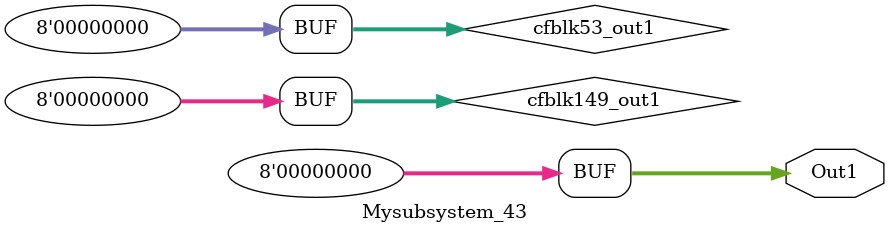
<source format=v>



`timescale 1 ns / 1 ns

module Mysubsystem_43
          (Out1);


  output  [7:0] Out1;  // uint8


  wire [7:0] cfblk149_out1;  // uint8
  wire [7:0] cfblk53_out1;  // uint8


  assign cfblk149_out1 = 8'b00000000;



  assign cfblk53_out1 = (cfblk149_out1 > 8'b00000000 ? 8'b00000001 :
              8'b00000000);



  assign Out1 = cfblk53_out1;

endmodule  // Mysubsystem_43


</source>
